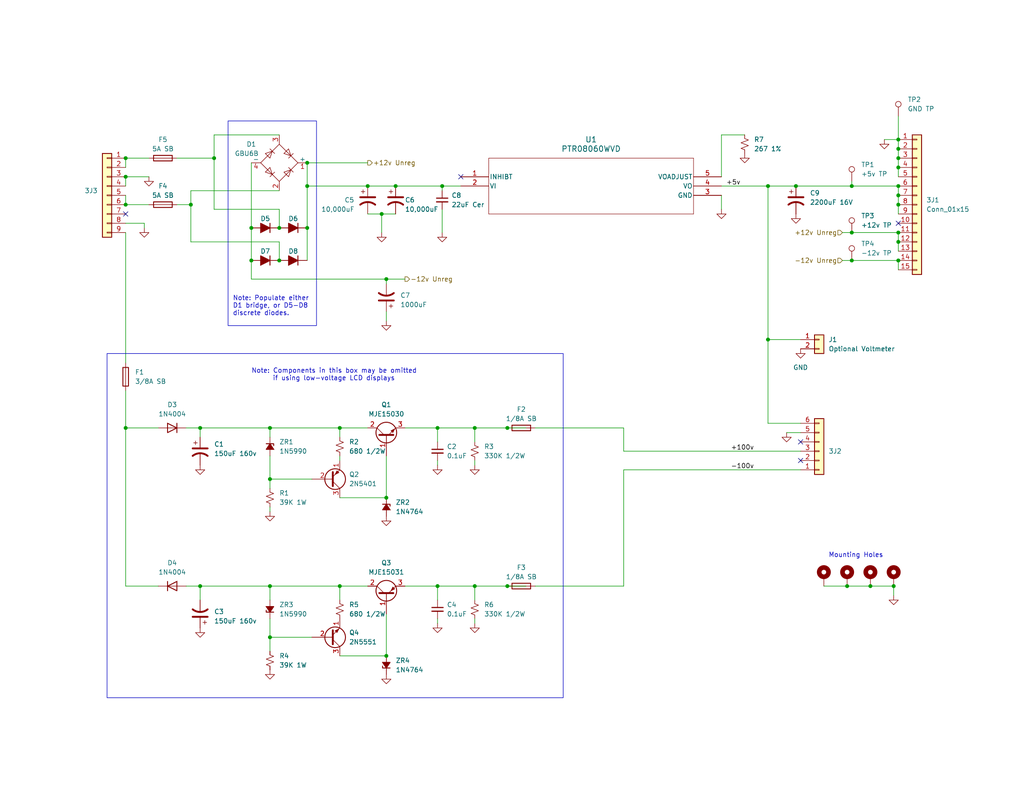
<source format=kicad_sch>
(kicad_sch (version 20230121) (generator eeschema)
  (paper "USLetter")
  (title_block (title "Williams System 11b/11c Power Supply") (date "2024-02-02") (rev "1.0") (company "Marc Deslauriers"))
  (lib_symbols
    (symbol "Connector:TestPoint" (pin_numbers hide) (pin_names (offset 0.762) hide)
      (property "Reference" "TP" (at 0 6.858 0))
      (property "Value" "TestPoint" (at 0 5.08 0))
      (symbol "TestPoint_0_1"
        (circle (center 0 3.302) (radius 0.762))
      )
      (symbol "TestPoint_1_1"
        (pin passive line (at 0 0 90) (length 2.54) (name "1") (number "1"))
      )
    )
    (symbol "Connector_Generic:Conn_01x02" (pin_names (offset 1.016) hide)
      (property "Reference" "J" (at 0 2.54 0))
      (property "Value" "Conn_01x02" (at 0 -5.08 0))
      (symbol "Conn_01x02_1_1"
        (rectangle (start -1.27 -2.413) (end 0 -2.667) (stroke (width 0.1524)))
        (rectangle (start -1.27 0.127) (end 0 -0.127) (stroke (width 0.1524)))
        (rectangle (start -1.27 1.27) (end 1.27 -3.81) (stroke (width 0.254)) (fill (type background)))
        (pin passive line (at -5.08 0 0) (length 3.81) (name "Pin_1") (number "1"))
        (pin passive line (at -5.08 -2.54 0) (length 3.81) (name "Pin_2") (number "2"))
      )
    )
    (symbol "Connector_Generic:Conn_01x06" (pin_names (offset 1.016) hide)
      (property "Reference" "J" (at 0 7.62 0))
      (property "Value" "Conn_01x06" (at 0 -10.16 0))
      (symbol "Conn_01x06_1_1"
        (rectangle (start -1.27 -7.493) (end 0 -7.747) (stroke (width 0.1524)))
        (rectangle (start -1.27 -4.953) (end 0 -5.207) (stroke (width 0.1524)))
        (rectangle (start -1.27 -2.413) (end 0 -2.667) (stroke (width 0.1524)))
        (rectangle (start -1.27 0.127) (end 0 -0.127) (stroke (width 0.1524)))
        (rectangle (start -1.27 2.667) (end 0 2.413) (stroke (width 0.1524)))
        (rectangle (start -1.27 5.207) (end 0 4.953) (stroke (width 0.1524)))
        (rectangle (start -1.27 6.35) (end 1.27 -8.89) (stroke (width 0.254)) (fill (type background)))
        (pin passive line (at -5.08 5.08 0) (length 3.81) (name "Pin_1") (number "1"))
        (pin passive line (at -5.08 2.54 0) (length 3.81) (name "Pin_2") (number "2"))
        (pin passive line (at -5.08 0 0) (length 3.81) (name "Pin_3") (number "3"))
        (pin passive line (at -5.08 -2.54 0) (length 3.81) (name "Pin_4") (number "4"))
        (pin passive line (at -5.08 -5.08 0) (length 3.81) (name "Pin_5") (number "5"))
        (pin passive line (at -5.08 -7.62 0) (length 3.81) (name "Pin_6") (number "6"))
      )
    )
    (symbol "Connector_Generic:Conn_01x09" (pin_names (offset 1.016) hide)
      (property "Reference" "J" (at 0 12.7 0))
      (property "Value" "Conn_01x09" (at 0 -12.7 0))
      (symbol "Conn_01x09_1_1"
        (rectangle (start -1.27 -10.033) (end 0 -10.287) (stroke (width 0.1524)))
        (rectangle (start -1.27 -7.493) (end 0 -7.747) (stroke (width 0.1524)))
        (rectangle (start -1.27 -4.953) (end 0 -5.207) (stroke (width 0.1524)))
        (rectangle (start -1.27 -2.413) (end 0 -2.667) (stroke (width 0.1524)))
        (rectangle (start -1.27 0.127) (end 0 -0.127) (stroke (width 0.1524)))
        (rectangle (start -1.27 2.667) (end 0 2.413) (stroke (width 0.1524)))
        (rectangle (start -1.27 5.207) (end 0 4.953) (stroke (width 0.1524)))
        (rectangle (start -1.27 7.747) (end 0 7.493) (stroke (width 0.1524)))
        (rectangle (start -1.27 10.287) (end 0 10.033) (stroke (width 0.1524)))
        (rectangle (start -1.27 11.43) (end 1.27 -11.43) (stroke (width 0.254)) (fill (type background)))
        (pin passive line (at -5.08 10.16 0) (length 3.81) (name "Pin_1") (number "1"))
        (pin passive line (at -5.08 7.62 0) (length 3.81) (name "Pin_2") (number "2"))
        (pin passive line (at -5.08 5.08 0) (length 3.81) (name "Pin_3") (number "3"))
        (pin passive line (at -5.08 2.54 0) (length 3.81) (name "Pin_4") (number "4"))
        (pin passive line (at -5.08 0 0) (length 3.81) (name "Pin_5") (number "5"))
        (pin passive line (at -5.08 -2.54 0) (length 3.81) (name "Pin_6") (number "6"))
        (pin passive line (at -5.08 -5.08 0) (length 3.81) (name "Pin_7") (number "7"))
        (pin passive line (at -5.08 -7.62 0) (length 3.81) (name "Pin_8") (number "8"))
        (pin passive line (at -5.08 -10.16 0) (length 3.81) (name "Pin_9") (number "9"))
      )
    )
    (symbol "Connector_Generic:Conn_01x15" (pin_names (offset 1.016) hide)
      (property "Reference" "J" (at 0 20.32 0))
      (property "Value" "Conn_01x15" (at 0 -20.32 0))
      (symbol "Conn_01x15_1_1"
        (rectangle (start -1.27 -17.653) (end 0 -17.907) (stroke (width 0.1524)))
        (rectangle (start -1.27 -15.113) (end 0 -15.367) (stroke (width 0.1524)))
        (rectangle (start -1.27 -12.573) (end 0 -12.827) (stroke (width 0.1524)))
        (rectangle (start -1.27 -10.033) (end 0 -10.287) (stroke (width 0.1524)))
        (rectangle (start -1.27 -7.493) (end 0 -7.747) (stroke (width 0.1524)))
        (rectangle (start -1.27 -4.953) (end 0 -5.207) (stroke (width 0.1524)))
        (rectangle (start -1.27 -2.413) (end 0 -2.667) (stroke (width 0.1524)))
        (rectangle (start -1.27 0.127) (end 0 -0.127) (stroke (width 0.1524)))
        (rectangle (start -1.27 2.667) (end 0 2.413) (stroke (width 0.1524)))
        (rectangle (start -1.27 5.207) (end 0 4.953) (stroke (width 0.1524)))
        (rectangle (start -1.27 7.747) (end 0 7.493) (stroke (width 0.1524)))
        (rectangle (start -1.27 10.287) (end 0 10.033) (stroke (width 0.1524)))
        (rectangle (start -1.27 12.827) (end 0 12.573) (stroke (width 0.1524)))
        (rectangle (start -1.27 15.367) (end 0 15.113) (stroke (width 0.1524)))
        (rectangle (start -1.27 17.907) (end 0 17.653) (stroke (width 0.1524)))
        (rectangle (start -1.27 19.05) (end 1.27 -19.05) (stroke (width 0.254)) (fill (type background)))
        (pin passive line (at -5.08 17.78 0) (length 3.81) (name "Pin_1") (number "1"))
        (pin passive line (at -5.08 -5.08 0) (length 3.81) (name "Pin_10") (number "10"))
        (pin passive line (at -5.08 -7.62 0) (length 3.81) (name "Pin_11") (number "11"))
        (pin passive line (at -5.08 -10.16 0) (length 3.81) (name "Pin_12") (number "12"))
        (pin passive line (at -5.08 -12.7 0) (length 3.81) (name "Pin_13") (number "13"))
        (pin passive line (at -5.08 -15.24 0) (length 3.81) (name "Pin_14") (number "14"))
        (pin passive line (at -5.08 -17.78 0) (length 3.81) (name "Pin_15") (number "15"))
        (pin passive line (at -5.08 15.24 0) (length 3.81) (name "Pin_2") (number "2"))
        (pin passive line (at -5.08 12.7 0) (length 3.81) (name "Pin_3") (number "3"))
        (pin passive line (at -5.08 10.16 0) (length 3.81) (name "Pin_4") (number "4"))
        (pin passive line (at -5.08 7.62 0) (length 3.81) (name "Pin_5") (number "5"))
        (pin passive line (at -5.08 5.08 0) (length 3.81) (name "Pin_6") (number "6"))
        (pin passive line (at -5.08 2.54 0) (length 3.81) (name "Pin_7") (number "7"))
        (pin passive line (at -5.08 0 0) (length 3.81) (name "Pin_8") (number "8"))
        (pin passive line (at -5.08 -2.54 0) (length 3.81) (name "Pin_9") (number "9"))
      )
    )
    (symbol "Device:C_Polarized_US" (pin_numbers hide) (pin_names (offset 0.254) hide)
      (property "Reference" "C" (at 0.635 2.54 0))
      (property "Value" "C_Polarized_US" (at 0.635 -2.54 0))
      (symbol "C_Polarized_US_0_1"
        (polyline (pts (xy -2.032 0.762) (xy 2.032 0.762)) (stroke (width 0.508)))
        (polyline (pts (xy -1.778 2.286) (xy -0.762 2.286)))
        (polyline (pts (xy -1.27 1.778) (xy -1.27 2.794)))
        (arc (start 2.032 -1.27) (mid 0 -0.5572) (end -2.032 -1.27) (stroke (width 0.508)))
      )
      (symbol "C_Polarized_US_1_1"
        (pin passive line (at 0 3.81 270) (length 2.794) (name "~") (number "1"))
        (pin passive line (at 0 -3.81 90) (length 3.302) (name "~") (number "2"))
      )
    )
    (symbol "Device:C_Small" (pin_numbers hide) (pin_names (offset 0.254) hide)
      (property "Reference" "C" (at 0.254 1.778 0))
      (property "Value" "C_Small" (at 0.254 -2.032 0))
      (symbol "C_Small_0_1"
        (polyline (pts (xy -1.524 -0.508) (xy 1.524 -0.508)) (stroke (width 0.3302)))
        (polyline (pts (xy -1.524 0.508) (xy 1.524 0.508)) (stroke (width 0.3048)))
      )
      (symbol "C_Small_1_1"
        (pin passive line (at 0 2.54 270) (length 2.032) (name "~") (number "1"))
        (pin passive line (at 0 -2.54 90) (length 2.032) (name "~") (number "2"))
      )
    )
    (symbol "Device:D_Filled" (pin_numbers hide) (pin_names (offset 1.016) hide)
      (property "Reference" "D" (at 0 2.54 0))
      (property "Value" "D_Filled" (at 0 -2.54 0))
      (symbol "D_Filled_0_1"
        (polyline (pts (xy -1.27 1.27) (xy -1.27 -1.27)) (stroke (width 0.254)))
        (polyline (pts (xy 1.27 0) (xy -1.27 0)))
        (polyline (pts (xy 1.27 1.27) (xy 1.27 -1.27) (xy -1.27 0) (xy 1.27 1.27)) (stroke (width 0.254)) (fill (type outline)))
      )
      (symbol "D_Filled_1_1"
        (pin passive line (at -3.81 0 0) (length 2.54) (name "K") (number "1"))
        (pin passive line (at 3.81 0 180) (length 2.54) (name "A") (number "2"))
      )
    )
    (symbol "Device:D_Zener_Small_Filled" (pin_numbers hide) (pin_names (offset 0.254) hide)
      (property "Reference" "D" (at 0 2.286 0))
      (property "Value" "D_Zener_Small_Filled" (at 0 -2.286 0))
      (symbol "D_Zener_Small_Filled_0_1"
        (polyline (pts (xy 0.762 0) (xy -0.762 0)))
        (polyline (pts (xy -0.254 1.016) (xy -0.762 1.016) (xy -0.762 -1.016)) (stroke (width 0.254)))
        (polyline (pts (xy 0.762 1.016) (xy -0.762 0) (xy 0.762 -1.016) (xy 0.762 1.016)) (stroke (width 0.254)) (fill (type outline)))
      )
      (symbol "D_Zener_Small_Filled_1_1"
        (pin passive line (at -2.54 0 0) (length 1.778) (name "K") (number "1"))
        (pin passive line (at 2.54 0 180) (length 1.778) (name "A") (number "2"))
      )
    )
    (symbol "Device:Fuse" (pin_numbers hide) (pin_names (offset 0))
      (property "Reference" "F" (at 2.032 0 90))
      (property "Value" "Fuse" (at -1.905 0 90))
      (symbol "Fuse_0_1"
        (rectangle (start -0.762 -2.54) (end 0.762 2.54) (stroke (width 0.254)))
        (polyline (pts (xy 0 2.54) (xy 0 -2.54)))
      )
      (symbol "Fuse_1_1"
        (pin passive line (at 0 3.81 270) (length 1.27) (name "~") (number "1"))
        (pin passive line (at 0 -3.81 90) (length 1.27) (name "~") (number "2"))
      )
    )
    (symbol "Device:Q_NPN_BCE" (pin_names (offset 0) hide)
      (property "Reference" "Q" (at 5.08 1.27 0))
      (property "Value" "Q_NPN_BCE" (at 5.08 -1.27 0))
      (symbol "Q_NPN_BCE_0_1"
        (polyline (pts (xy 0.635 0.635) (xy 2.54 2.54)))
        (polyline (pts (xy 0.635 -0.635) (xy 2.54 -2.54) (xy 2.54 -2.54)))
        (polyline (pts (xy 0.635 1.905) (xy 0.635 -1.905) (xy 0.635 -1.905)) (stroke (width 0.508)))
        (polyline (pts (xy 1.27 -1.778) (xy 1.778 -1.27) (xy 2.286 -2.286) (xy 1.27 -1.778) (xy 1.27 -1.778)) (fill (type outline)))
        (circle (center 1.27 0) (radius 2.8194) (stroke (width 0.254)))
      )
      (symbol "Q_NPN_BCE_1_1"
        (pin input line (at -5.08 0 0) (length 5.715) (name "B") (number "1"))
        (pin passive line (at 2.54 5.08 270) (length 2.54) (name "C") (number "2"))
        (pin passive line (at 2.54 -5.08 90) (length 2.54) (name "E") (number "3"))
      )
    )
    (symbol "Device:Q_NPN_EBC" (pin_names (offset 0) hide)
      (property "Reference" "Q" (at 5.08 1.27 0))
      (property "Value" "Q_NPN_EBC" (at 5.08 -1.27 0))
      (symbol "Q_NPN_EBC_0_1"
        (polyline (pts (xy 0.635 0.635) (xy 2.54 2.54)))
        (polyline (pts (xy 0.635 -0.635) (xy 2.54 -2.54) (xy 2.54 -2.54)))
        (polyline (pts (xy 0.635 1.905) (xy 0.635 -1.905) (xy 0.635 -1.905)) (stroke (width 0.508)))
        (polyline (pts (xy 1.27 -1.778) (xy 1.778 -1.27) (xy 2.286 -2.286) (xy 1.27 -1.778) (xy 1.27 -1.778)) (fill (type outline)))
        (circle (center 1.27 0) (radius 2.8194) (stroke (width 0.254)))
      )
      (symbol "Q_NPN_EBC_1_1"
        (pin passive line (at 2.54 -5.08 90) (length 2.54) (name "E") (number "1"))
        (pin passive line (at -5.08 0 0) (length 5.715) (name "B") (number "2"))
        (pin passive line (at 2.54 5.08 270) (length 2.54) (name "C") (number "3"))
      )
    )
    (symbol "Device:Q_PNP_BCE" (pin_names (offset 0) hide)
      (property "Reference" "Q" (at 5.08 1.27 0))
      (property "Value" "Q_PNP_BCE" (at 5.08 -1.27 0))
      (symbol "Q_PNP_BCE_0_1"
        (polyline (pts (xy 0.635 0.635) (xy 2.54 2.54)))
        (polyline (pts (xy 0.635 -0.635) (xy 2.54 -2.54) (xy 2.54 -2.54)))
        (polyline (pts (xy 0.635 1.905) (xy 0.635 -1.905) (xy 0.635 -1.905)) (stroke (width 0.508)))
        (polyline (pts (xy 2.286 -1.778) (xy 1.778 -2.286) (xy 1.27 -1.27) (xy 2.286 -1.778) (xy 2.286 -1.778)) (fill (type outline)))
        (circle (center 1.27 0) (radius 2.8194) (stroke (width 0.254)))
      )
      (symbol "Q_PNP_BCE_1_1"
        (pin input line (at -5.08 0 0) (length 5.715) (name "B") (number "1"))
        (pin passive line (at 2.54 5.08 270) (length 2.54) (name "C") (number "2"))
        (pin passive line (at 2.54 -5.08 90) (length 2.54) (name "E") (number "3"))
      )
    )
    (symbol "Device:Q_PNP_EBC" (pin_names (offset 0) hide)
      (property "Reference" "Q" (at 5.08 1.27 0))
      (property "Value" "Q_PNP_EBC" (at 5.08 -1.27 0))
      (symbol "Q_PNP_EBC_0_1"
        (polyline (pts (xy 0.635 0.635) (xy 2.54 2.54)))
        (polyline (pts (xy 0.635 -0.635) (xy 2.54 -2.54) (xy 2.54 -2.54)))
        (polyline (pts (xy 0.635 1.905) (xy 0.635 -1.905) (xy 0.635 -1.905)) (stroke (width 0.508)))
        (polyline (pts (xy 2.286 -1.778) (xy 1.778 -2.286) (xy 1.27 -1.27) (xy 2.286 -1.778) (xy 2.286 -1.778)) (fill (type outline)))
        (circle (center 1.27 0) (radius 2.8194) (stroke (width 0.254)))
      )
      (symbol "Q_PNP_EBC_1_1"
        (pin passive line (at 2.54 -5.08 90) (length 2.54) (name "E") (number "1"))
        (pin input line (at -5.08 0 0) (length 5.715) (name "B") (number "2"))
        (pin passive line (at 2.54 5.08 270) (length 2.54) (name "C") (number "3"))
      )
    )
    (symbol "Device:R_Small_US" (pin_numbers hide) (pin_names (offset 0.254) hide)
      (property "Reference" "R" (at 0.762 0.508 0))
      (property "Value" "R_Small_US" (at 0.762 -1.016 0))
      (symbol "R_Small_US_1_1"
        (polyline (pts (xy 0 0) (xy 1.016 -0.381) (xy 0 -0.762) (xy -1.016 -1.143) (xy 0 -1.524)))
        (polyline (pts (xy 0 1.524) (xy 1.016 1.143) (xy 0 0.762) (xy -1.016 0.381) (xy 0 0)))
        (pin passive line (at 0 2.54 270) (length 1.016) (name "~") (number "1"))
        (pin passive line (at 0 -2.54 90) (length 1.016) (name "~") (number "2"))
      )
    )
    (symbol "Diode:1N4007" (pin_numbers hide) (pin_names hide)
      (property "Reference" "D" (at 0 2.54 0))
      (property "Value" "1N4007" (at 0 -2.54 0))
      (symbol "1N4007_0_1"
        (polyline (pts (xy -1.27 1.27) (xy -1.27 -1.27)) (stroke (width 0.254)))
        (polyline (pts (xy 1.27 0) (xy -1.27 0)))
        (polyline (pts (xy 1.27 1.27) (xy 1.27 -1.27) (xy -1.27 0) (xy 1.27 1.27)) (stroke (width 0.254)))
      )
      (symbol "1N4007_1_1"
        (pin passive line (at -3.81 0 0) (length 2.54) (name "K") (number "1"))
        (pin passive line (at 3.81 0 180) (length 2.54) (name "A") (number "2"))
      )
    )
    (symbol "Diode_Bridge:GBU6B" (pin_names (offset 0))
      (property "Reference" "D" (at 2.54 6.985 0))
      (property "Value" "GBU6B" (at 2.54 5.08 0))
      (symbol "GBU6B_0_1"
        (polyline (pts (xy -2.54 3.81) (xy -1.27 2.54)))
        (polyline (pts (xy -1.27 -2.54) (xy -2.54 -3.81)))
        (polyline (pts (xy 2.54 -1.27) (xy 3.81 -2.54)))
        (polyline (pts (xy 2.54 1.27) (xy 3.81 2.54)))
        (polyline (pts (xy -3.81 2.54) (xy -2.54 1.27) (xy -1.905 3.175) (xy -3.81 2.54)))
        (polyline (pts (xy -2.54 -1.27) (xy -3.81 -2.54) (xy -1.905 -3.175) (xy -2.54 -1.27)))
        (polyline (pts (xy 1.27 2.54) (xy 2.54 3.81) (xy 3.175 1.905) (xy 1.27 2.54)))
        (polyline (pts (xy 3.175 -1.905) (xy 1.27 -2.54) (xy 2.54 -3.81) (xy 3.175 -1.905)))
        (polyline (pts (xy -5.08 0) (xy 0 -5.08) (xy 5.08 0) (xy 0 5.08) (xy -5.08 0)))
      )
      (symbol "GBU6B_1_1"
        (pin passive line (at 7.62 0 180) (length 2.54) (name "+") (number "1"))
        (pin passive line (at 0 -7.62 90) (length 2.54) (name "~") (number "2"))
        (pin passive line (at 0 7.62 270) (length 2.54) (name "~") (number "3"))
        (pin passive line (at -7.62 0 0) (length 2.54) (name "-") (number "4"))
      )
    )
    (symbol "Mechanical:MountingHole_Pad" (pin_numbers hide) (pin_names (offset 1.016) hide)
      (property "Reference" "H" (at 0 6.35 0))
      (property "Value" "MountingHole_Pad" (at 0 4.445 0))
      (symbol "MountingHole_Pad_0_1"
        (circle (center 0 1.27) (radius 1.27) (stroke (width 1.27)))
      )
      (symbol "MountingHole_Pad_1_1"
        (pin input line (at 0 -2.54 90) (length 2.54) (name "1") (number "1"))
      )
    )
    (symbol "power:GND" (power) (pin_names (offset 0))
      (property "Value" "GND" (at 0 -3.81 0))
      (symbol "GND_0_1"
        (polyline (pts (xy 0 0) (xy 0 -1.27) (xy 1.27 -1.27) (xy 0 -2.54) (xy -1.27 -1.27) (xy 0 -1.27)))
      )
      (symbol "GND_1_1"
        (pin power_in line (at 0 0 270) (length 0) hide (name "GND") (number "1"))
      )
    )
    (symbol "regulator:PTR08060WVD" (pin_names (offset 0.254))
      (property "Reference" "U" (at 35.56 10.16 0))
      (property "Value" "PTR08060WVD" (at 35.56 7.62 0))
      (symbol "PTR08060WVD_0_1"
        (polyline (pts (xy 7.62 -10.16) (xy 63.5 -10.16)) (stroke (width 0.127)))
        (polyline (pts (xy 7.62 5.08) (xy 7.62 -10.16)) (stroke (width 0.127)))
        (polyline (pts (xy 63.5 -10.16) (xy 63.5 5.08)) (stroke (width 0.127)))
        (polyline (pts (xy 63.5 5.08) (xy 7.62 5.08)) (stroke (width 0.127)))
        (pin input line (at 0 0 0) (length 7.62) (name "INHIBT") (number "1"))
        (pin input line (at 0 -2.54 0) (length 7.62) (name "VI") (number "2"))
        (pin power_in line (at 71.12 -5.08 180) (length 7.62) (name "GND") (number "3"))
        (pin output line (at 71.12 -2.54 180) (length 7.62) (name "VO") (number "4"))
        (pin output line (at 71.12 0 180) (length 7.62) (name "VOADJUST") (number "5"))
      )
    )
  )
  (junction (at 245.11 38.1))
  (junction (at 232.41 71.12))
  (junction (at 245.11 45.72))
  (junction (at 209.55 92.71))
  (junction (at 92.71 160.02))
  (junction (at 34.29 48.26))
  (junction (at 245.11 63.5))
  (junction (at 231.14 160.02))
  (junction (at 105.41 135.89))
  (junction (at 54.61 160.02))
  (junction (at 83.82 44.45))
  (junction (at 105.41 179.07))
  (junction (at 54.61 116.84))
  (junction (at 245.11 55.88))
  (junction (at 76.2 71.12))
  (junction (at 245.11 40.64))
  (junction (at 129.54 160.02))
  (junction (at 119.38 116.84))
  (junction (at 245.11 66.04))
  (junction (at 73.66 116.84))
  (junction (at 245.11 50.8))
  (junction (at 120.65 50.8))
  (junction (at 83.82 50.8))
  (junction (at 68.58 62.23))
  (junction (at 217.17 50.8))
  (junction (at 34.29 116.84))
  (junction (at 107.95 50.8))
  (junction (at 73.66 130.81))
  (junction (at 237.49 160.02))
  (junction (at 209.55 50.8))
  (junction (at 245.11 53.34))
  (junction (at 73.66 160.02))
  (junction (at 73.66 173.99))
  (junction (at 245.11 71.12))
  (junction (at 100.33 50.8))
  (junction (at 105.41 76.2))
  (junction (at 138.43 160.02))
  (junction (at 52.07 55.88))
  (junction (at 138.43 116.84))
  (junction (at 245.11 43.18))
  (junction (at 232.41 63.5))
  (junction (at 34.29 43.18))
  (junction (at 243.84 160.02))
  (junction (at 76.2 62.23))
  (junction (at 129.54 116.84))
  (junction (at 83.82 62.23))
  (junction (at 68.58 71.12))
  (junction (at 92.71 116.84))
  (junction (at 104.14 58.42))
  (junction (at 232.41 50.8))
  (junction (at 34.29 55.88))
  (junction (at 58.42 43.18))
  (junction (at 119.38 160.02))
  (no_connect (at 245.11 60.96))
  (no_connect (at 34.29 58.42))
  (no_connect (at 218.44 120.65))
  (no_connect (at 218.44 125.73))
  (no_connect (at 125.73 48.26))
  (wire (pts (xy 34.29 48.26) (xy 34.29 50.8)))
  (wire (pts (xy 73.66 160.02) (xy 73.66 163.83)))
  (wire (pts (xy 92.71 116.84) (xy 92.71 119.38)))
  (wire (pts (xy 146.05 160.02) (xy 170.18 160.02)))
  (wire (pts (xy 241.3 38.1) (xy 245.11 38.1)))
  (wire (pts (xy 34.29 43.18) (xy 40.64 43.18)))
  (wire (pts (xy 129.54 160.02) (xy 129.54 163.83)))
  (wire (pts (xy 50.8 160.02) (xy 54.61 160.02)))
  (wire (pts (xy 54.61 160.02) (xy 73.66 160.02)))
  (wire (pts (xy 68.58 76.2) (xy 105.41 76.2)))
  (wire (pts (xy 229.87 71.12) (xy 232.41 71.12)))
  (wire (pts (xy 76.2 66.04) (xy 76.2 71.12)))
  (wire (pts (xy 107.95 50.8) (xy 120.65 50.8)))
  (wire (pts (xy 100.33 50.8) (xy 107.95 50.8)))
  (wire (pts (xy 120.65 50.8) (xy 125.73 50.8)))
  (wire (pts (xy 245.11 63.5) (xy 245.11 66.04)))
  (wire (pts (xy 104.14 58.42) (xy 107.95 58.42)))
  (wire (pts (xy 73.66 116.84) (xy 92.71 116.84)))
  (wire (pts (xy 138.43 116.84) (xy 143.51 116.84)))
  (wire (pts (xy 92.71 135.89) (xy 105.41 135.89)))
  (wire (pts (xy 119.38 163.83) (xy 119.38 160.02)))
  (wire (pts (xy 34.29 116.84) (xy 43.18 116.84)))
  (wire (pts (xy 73.66 116.84) (xy 73.66 119.38)))
  (wire (pts (xy 237.49 160.02) (xy 231.14 160.02)))
  (wire (pts (xy 245.11 31.75) (xy 245.11 38.1)))
  (wire (pts (xy 138.43 160.02) (xy 143.51 160.02)))
  (wire (pts (xy 92.71 179.07) (xy 105.41 179.07)))
  (wire (pts (xy 54.61 160.02) (xy 54.61 163.83)))
  (wire (pts (xy 73.66 130.81) (xy 85.09 130.81)))
  (wire (pts (xy 245.11 45.72) (xy 245.11 48.26)))
  (wire (pts (xy 34.29 116.84) (xy 34.29 160.02)))
  (wire (pts (xy 39.37 60.96) (xy 39.37 62.23)))
  (wire (pts (xy 92.71 125.73) (xy 92.71 124.46)))
  (wire (pts (xy 129.54 168.91) (xy 129.54 170.18)))
  (wire (pts (xy 73.66 124.46) (xy 73.66 130.81)))
  (wire (pts (xy 229.87 63.5) (xy 232.41 63.5)))
  (wire (pts (xy 92.71 116.84) (xy 100.33 116.84)))
  (wire (pts (xy 58.42 43.18) (xy 58.42 57.15)))
  (wire (pts (xy 196.85 36.83) (xy 203.2 36.83)))
  (wire (pts (xy 105.41 76.2) (xy 110.49 76.2)))
  (wire (pts (xy 83.82 44.45) (xy 83.82 50.8)))
  (wire (pts (xy 34.29 106.68) (xy 34.29 116.84)))
  (wire (pts (xy 34.29 55.88) (xy 40.64 55.88)))
  (wire (pts (xy 43.18 160.02) (xy 34.29 160.02)))
  (wire (pts (xy 58.42 36.83) (xy 76.2 36.83)))
  (wire (pts (xy 129.54 116.84) (xy 138.43 116.84)))
  (wire (pts (xy 105.41 85.09) (xy 105.41 87.63)))
  (wire (pts (xy 245.11 38.1) (xy 245.11 40.64)))
  (wire (pts (xy 73.66 139.7) (xy 73.66 138.43)))
  (wire (pts (xy 76.2 57.15) (xy 76.2 62.23)))
  (wire (pts (xy 48.26 43.18) (xy 58.42 43.18)))
  (wire (pts (xy 54.61 116.84) (xy 54.61 119.38)))
  (wire (pts (xy 68.58 44.45) (xy 68.58 62.23)))
  (wire (pts (xy 170.18 116.84) (xy 170.18 123.19)))
  (wire (pts (xy 119.38 116.84) (xy 119.38 120.65)))
  (wire (pts (xy 73.66 168.91) (xy 73.66 173.99)))
  (wire (pts (xy 73.66 173.99) (xy 73.66 177.8)))
  (wire (pts (xy 243.84 160.02) (xy 243.84 162.56)))
  (wire (pts (xy 73.66 160.02) (xy 92.71 160.02)))
  (wire (pts (xy 224.79 160.02) (xy 231.14 160.02)))
  (wire (pts (xy 209.55 92.71) (xy 218.44 92.71)))
  (wire (pts (xy 245.11 50.8) (xy 232.41 50.8)))
  (wire (pts (xy 83.82 50.8) (xy 83.82 62.23)))
  (wire (pts (xy 34.29 48.26) (xy 40.64 48.26)))
  (wire (pts (xy 34.29 60.96) (xy 39.37 60.96)))
  (wire (pts (xy 146.05 116.84) (xy 170.18 116.84)))
  (wire (pts (xy 214.63 118.11) (xy 218.44 118.11)))
  (wire (pts (xy 68.58 71.12) (xy 68.58 76.2)))
  (wire (pts (xy 245.11 55.88) (xy 245.11 58.42)))
  (wire (pts (xy 52.07 55.88) (xy 52.07 52.07)))
  (wire (pts (xy 245.11 66.04) (xy 245.11 68.58)))
  (wire (pts (xy 52.07 55.88) (xy 52.07 66.04)))
  (wire (pts (xy 92.71 160.02) (xy 100.33 160.02)))
  (wire (pts (xy 119.38 160.02) (xy 129.54 160.02)))
  (wire (pts (xy 232.41 50.8) (xy 232.41 49.53)))
  (wire (pts (xy 209.55 50.8) (xy 209.55 92.71)))
  (wire (pts (xy 196.85 50.8) (xy 209.55 50.8)))
  (wire (pts (xy 83.82 50.8) (xy 100.33 50.8)))
  (wire (pts (xy 105.41 124.46) (xy 105.41 135.89)))
  (wire (pts (xy 237.49 160.02) (xy 243.84 160.02)))
  (wire (pts (xy 196.85 53.34) (xy 196.85 57.15)))
  (wire (pts (xy 129.54 125.73) (xy 129.54 127)))
  (wire (pts (xy 170.18 128.27) (xy 218.44 128.27)))
  (wire (pts (xy 119.38 168.91) (xy 119.38 170.18)))
  (wire (pts (xy 209.55 50.8) (xy 217.17 50.8)))
  (wire (pts (xy 119.38 160.02) (xy 110.49 160.02)))
  (wire (pts (xy 245.11 50.8) (xy 245.11 53.34)))
  (wire (pts (xy 110.49 116.84) (xy 119.38 116.84)))
  (wire (pts (xy 120.65 57.15) (xy 120.65 63.5)))
  (wire (pts (xy 58.42 43.18) (xy 58.42 36.83)))
  (wire (pts (xy 245.11 43.18) (xy 245.11 45.72)))
  (wire (pts (xy 52.07 55.88) (xy 48.26 55.88)))
  (wire (pts (xy 232.41 71.12) (xy 245.11 71.12)))
  (wire (pts (xy 100.33 58.42) (xy 104.14 58.42)))
  (wire (pts (xy 170.18 123.19) (xy 218.44 123.19)))
  (wire (pts (xy 92.71 160.02) (xy 92.71 163.83)))
  (wire (pts (xy 217.17 50.8) (xy 232.41 50.8)))
  (wire (pts (xy 120.65 50.8) (xy 120.65 52.07)))
  (wire (pts (xy 52.07 66.04) (xy 76.2 66.04)))
  (wire (pts (xy 105.41 76.2) (xy 105.41 77.47)))
  (wire (pts (xy 58.42 57.15) (xy 76.2 57.15)))
  (wire (pts (xy 52.07 52.07) (xy 76.2 52.07)))
  (wire (pts (xy 209.55 92.71) (xy 209.55 115.57)))
  (wire (pts (xy 54.61 116.84) (xy 73.66 116.84)))
  (wire (pts (xy 129.54 160.02) (xy 138.43 160.02)))
  (wire (pts (xy 83.82 62.23) (xy 83.82 71.12)))
  (wire (pts (xy 245.11 71.12) (xy 245.11 73.66)))
  (wire (pts (xy 245.11 40.64) (xy 245.11 43.18)))
  (wire (pts (xy 245.11 53.34) (xy 245.11 55.88)))
  (wire (pts (xy 119.38 116.84) (xy 129.54 116.84)))
  (wire (pts (xy 73.66 130.81) (xy 73.66 133.35)))
  (wire (pts (xy 50.8 116.84) (xy 54.61 116.84)))
  (wire (pts (xy 170.18 160.02) (xy 170.18 128.27)))
  (wire (pts (xy 104.14 58.42) (xy 104.14 63.5)))
  (wire (pts (xy 105.41 167.64) (xy 105.41 179.07)))
  (wire (pts (xy 68.58 62.23) (xy 68.58 71.12)))
  (wire (pts (xy 34.29 53.34) (xy 34.29 55.88)))
  (wire (pts (xy 34.29 63.5) (xy 34.29 99.06)))
  (wire (pts (xy 196.85 48.26) (xy 196.85 36.83)))
  (wire (pts (xy 119.38 125.73) (xy 119.38 127)))
  (wire (pts (xy 209.55 115.57) (xy 218.44 115.57)))
  (wire (pts (xy 83.82 44.45) (xy 100.33 44.45)))
  (wire (pts (xy 245.11 63.5) (xy 232.41 63.5)))
  (wire (pts (xy 34.29 43.18) (xy 34.29 45.72)))
  (wire (pts (xy 129.54 116.84) (xy 129.54 120.65)))
  (wire (pts (xy 73.66 173.99) (xy 85.09 173.99)))
  (rectangle (start 29.21 96.52) (end 153.67 190.5))
  (rectangle (start 62.23 33.02) (end 86.36 88.9))
  (text "Mounting Holes" (at 226.06 152.4 0) (effects (font (size 1.27 1.27)) (justify left bottom)))
  (text "Note: Populate either\nD1 bridge, or D5-D8\ndiscrete diodes." (at 63.5 86.36 0) (effects (font (size 1.27 1.27)) (justify left bottom)))
  (text "Note: Components in this box may be omitted\n      if using low-voltage LCD displays" (at 68.58 104.14 0) (effects (font (size 1.27 1.27)) (justify left bottom)))
  (label "-100v" (at 199.39 128.27 0))
  (label "+5v" (at 198.12 50.8 0))
  (label "+100v" (at 199.39 123.19 0))
  (hierarchical_label "+12v Unreg" (shape output) (at 100.33 44.45 0))
  (hierarchical_label "-12v Unreg" (shape input) (at 229.87 71.12 180))
  (hierarchical_label "-12v Unreg" (shape output) (at 110.49 76.2 0))
  (hierarchical_label "+12v Unreg" (shape input) (at 229.87 63.5 180))
  (symbol (lib_id "power:GND") (at 73.66 139.7 0) (unit 1)
    (property "Reference" "#PWR012" (effects hide))
    (property "Value" "GND" (effects hide))
  )
  (symbol (lib_id "power:GND") (at 105.41 184.15 0) (unit 1)
    (property "Reference" "#PWR0103" (effects hide))
    (property "Value" "GND" (effects hide))
  )
  (symbol (lib_id "Device:D_Filled") (at 72.39 62.23 180) (unit 1)
    (property "Reference" "D5" (at 72.39 59.69 0))
    (property "Value" "D_Filled" (effects hide))
    (property "Footprint" "Diode_THT:D_P600_R-6_P20.00mm_Horizontal" (effects hide))
    (property "Sim.Device" "D" (effects hide))
    (property "Sim.Pins" "1=K 2=A" (effects hide))
  )
  (symbol (lib_id "Device:D_Zener_Small_Filled") (at 73.66 166.37 90) (unit 1)
    (property "Reference" "ZR3" (at 76.2 165.1 90) (effects (justify right)))
    (property "Value" "1N5990" (at 76.2 167.64 90) (effects (justify right)))
    (property "Footprint" "Diode_THT:D_DO-35_SOD27_P10.16mm_Horizontal" (effects hide))
  )
  (symbol (lib_id "Connector_Generic:Conn_01x09") (at 29.21 53.34 0) (mirror y) (unit 1)
    (property "Reference" "3J3" (at 26.67 52.07 0) (effects (justify left)))
    (property "Value" "Conn_01x09" (effects hide))
    (property "Footprint" "regulator:Molex_KK-396_A-41791-0009_1x09_P3.96mm_Vertical" (effects hide))
  )
  (symbol (lib_id "Device:C_Polarized_US") (at 54.61 167.64 180) (unit 1)
    (property "Reference" "C3" (at 58.42 167.005 0) (effects (justify right)))
    (property "Value" "150uF 160v" (at 58.42 169.545 0) (effects (justify right)))
    (property "Footprint" "Capacitor_THT:CP_Radial_D16.0mm_P7.50mm" (effects hide))
  )
  (symbol (lib_id "Device:C_Small") (at 119.38 166.37 0) (unit 1)
    (property "Reference" "C4" (at 121.92 165.1063 0) (effects (justify left)))
    (property "Value" "0.1uF" (at 121.92 167.6463 0) (effects (justify left)))
    (property "Footprint" "Capacitor_THT:C_Disc_D5.0mm_W2.5mm_P5.00mm" (effects hide))
  )
  (symbol (lib_id "power:GND") (at 218.44 95.25 0) (unit 1)
    (property "Reference" "#PWR010" (effects hide))
    (property "Value" "GND" (at 218.44 100.33 0))
  )
  (symbol (lib_id "Connector:TestPoint") (at 232.41 63.5 0) (unit 1)
    (property "Reference" "TP3" (at 234.95 58.928 0) (effects (justify left)))
    (property "Value" "+12v TP" (at 234.95 61.468 0) (effects (justify left)))
    (property "Footprint" "TestPoint:TestPoint_Pad_4.0x4.0mm" (effects hide))
  )
  (symbol (lib_id "Device:Fuse") (at 142.24 160.02 90) (unit 1)
    (property "Reference" "F3" (at 142.24 154.94 90))
    (property "Value" "1/8A SB" (at 142.24 157.48 90))
    (property "Footprint" "Fuse:Fuseholder_Clip-6.3x32mm_Littelfuse_102_Inline_P34.21x7.62mm_D2.54mm_Horizontal" (effects hide))
  )
  (symbol (lib_id "Device:R_Small_US") (at 92.71 121.92 0) (unit 1)
    (property "Reference" "R2" (at 95.25 120.65 0) (effects (justify left)))
    (property "Value" "680 1/2W" (at 95.25 123.19 0) (effects (justify left)))
    (property "Footprint" "Resistor_THT:R_Axial_DIN0207_L6.3mm_D2.5mm_P10.16mm_Horizontal" (effects hide))
  )
  (symbol (lib_id "power:GND") (at 73.66 182.88 0) (unit 1)
    (property "Reference" "#PWR0102" (effects hide))
    (property "Value" "GND" (effects hide))
  )
  (symbol (lib_id "Device:C_Small") (at 120.65 54.61 0) (unit 1)
    (property "Reference" "C8" (at 123.19 53.3463 0) (effects (justify left)))
    (property "Value" "22uF Cer" (at 123.19 55.8863 0) (effects (justify left)))
    (property "Footprint" "Capacitor_THT:C_Disc_D5.0mm_W2.5mm_P5.00mm" (effects hide))
  )
  (symbol (lib_id "power:GND") (at 119.38 170.18 0) (unit 1)
    (property "Reference" "#PWR0107" (effects hide))
    (property "Value" "GND" (effects hide))
  )
  (symbol (lib_id "Diode_Bridge:GBU6B") (at 76.2 44.45 0) (unit 1)
    (property "Reference" "D1" (at 68.58 39.37 0))
    (property "Value" "GBU6B" (at 67.31 41.91 0))
    (property "Footprint" "Diode_THT:Diode_Bridge_Vishay_GBU" (effects hide))
    (property "Datasheet" "http://www.vishay.com/docs/88656/gbu6a.pdf" (effects hide))
  )
  (symbol (lib_id "Mechanical:MountingHole_Pad") (at 237.49 157.48 0) (unit 1)
    (property "Reference" "H3" (effects hide))
    (property "Value" "MountingHole_Pad" (effects hide))
    (property "Footprint" "MountingHole:MountingHole_5.3mm_M5_ISO7380_Pad" (effects hide))
  )
  (symbol (lib_id "Device:Q_NPN_EBC") (at 90.17 173.99 0) (mirror x) (unit 1)
    (property "Reference" "Q4" (at 95.25 172.72 0) (effects (justify left)))
    (property "Value" "2N5551" (at 95.25 175.26 0) (effects (justify left)))
    (property "Footprint" "Package_TO_SOT_THT:TO-92_Inline" (effects hide))
  )
  (symbol (lib_id "power:GND") (at 39.37 62.23 0) (unit 1)
    (property "Reference" "#PWR07" (effects hide))
    (property "Value" "GND" (effects hide))
  )
  (symbol (lib_id "power:GND") (at 241.3 38.1 0) (unit 1)
    (property "Reference" "#PWR0111" (effects hide))
    (property "Value" "GND" (effects hide))
  )
  (symbol (lib_id "Mechanical:MountingHole_Pad") (at 231.14 157.48 0) (unit 1)
    (property "Reference" "H2" (effects hide))
    (property "Value" "MountingHole_Pad" (effects hide))
    (property "Footprint" "MountingHole:MountingHole_5.3mm_M5_ISO7380_Pad" (effects hide))
  )
  (symbol (lib_id "Device:Fuse") (at 34.29 102.87 0) (unit 1)
    (property "Reference" "F1" (at 36.83 101.6 0) (effects (justify left)))
    (property "Value" "3/8A SB" (at 36.83 104.14 0) (effects (justify left)))
    (property "Footprint" "Fuse:Fuseholder_Clip-6.3x32mm_Littelfuse_102_Inline_P34.21x7.62mm_D2.54mm_Horizontal" (effects hide))
  )
  (symbol (lib_id "Device:C_Polarized_US") (at 54.61 123.19 0) (unit 1)
    (property "Reference" "C1" (at 58.42 121.285 0) (effects (justify left)))
    (property "Value" "150uF 160v" (at 58.42 123.825 0) (effects (justify left)))
    (property "Footprint" "Capacitor_THT:CP_Radial_D16.0mm_P7.50mm" (effects hide))
  )
  (symbol (lib_id "power:GND") (at 54.61 127 0) (unit 1)
    (property "Reference" "#PWR02" (effects hide))
    (property "Value" "GND" (effects hide))
  )
  (symbol (lib_id "Device:C_Polarized_US") (at 107.95 54.61 0) (unit 1)
    (property "Reference" "C6" (at 110.49 54.61 0) (effects (justify left)))
    (property "Value" "10,000uF" (at 110.49 57.15 0) (effects (justify left)))
    (property "Footprint" "Capacitor_THT:CP_Radial_D25.0mm_P10.00mm_SnapIn" (effects hide))
  )
  (symbol (lib_id "regulator:PTR08060WVD") (at 125.73 48.26 0) (unit 1)
    (property "Reference" "U1" (at 161.29 38.1 0) (effects (font (size 1.524 1.524))))
    (property "Value" "PTR08060WVD" (at 161.29 40.64 0) (effects (font (size 1.524 1.524))))
    (property "Footprint" "Package_TO_SOT_THT:TO-220-5_Vertical" (effects hide))
    (property "Datasheet" "PTR08060WVD" (effects hide))
  )
  (symbol (lib_id "Device:Q_NPN_BCE") (at 105.41 119.38 90) (unit 1)
    (property "Reference" "Q1" (at 105.41 110.49 90))
    (property "Value" "MJE15030" (at 105.41 113.03 90))
    (property "Footprint" "Package_TO_SOT_THT:TO-220-3_Horizontal_TabDown" (effects hide))
  )
  (symbol (lib_id "power:GND") (at 40.64 48.26 0) (unit 1)
    (property "Reference" "#PWR01" (effects hide))
    (property "Value" "GND" (effects hide))
  )
  (symbol (lib_id "Mechanical:MountingHole_Pad") (at 224.79 157.48 0) (unit 1)
    (property "Reference" "H1" (effects hide))
    (property "Value" "MountingHole_Pad" (effects hide))
    (property "Footprint" "MountingHole:MountingHole_5.3mm_M5_ISO7380_Pad" (effects hide))
  )
  (symbol (lib_id "Device:D_Filled") (at 80.01 62.23 180) (unit 1)
    (property "Reference" "D6" (at 80.01 59.69 0))
    (property "Value" "D_Filled" (effects hide))
    (property "Footprint" "Diode_THT:D_P600_R-6_P20.00mm_Horizontal" (effects hide))
    (property "Sim.Device" "D" (effects hide))
    (property "Sim.Pins" "1=K 2=A" (effects hide))
  )
  (symbol (lib_id "Mechanical:MountingHole_Pad") (at 243.84 157.48 0) (unit 1)
    (property "Reference" "H4" (effects hide))
    (property "Value" "MountingHole_Pad" (effects hide))
    (property "Footprint" "MountingHole:MountingHole_5.3mm_M5_ISO7380_Pad" (effects hide))
  )
  (symbol (lib_id "Device:D_Zener_Small_Filled") (at 105.41 181.61 90) (unit 1)
    (property "Reference" "ZR4" (at 107.95 180.34 90) (effects (justify right)))
    (property "Value" "1N4764" (at 107.95 182.88 90) (effects (justify right)))
    (property "Footprint" "Diode_THT:D_DO-41_SOD81_P10.16mm_Horizontal" (effects hide))
  )
  (symbol (lib_id "power:GND") (at 243.84 162.56 0) (unit 1)
    (property "Reference" "#PWR09" (effects hide))
    (property "Value" "GND" (effects hide))
  )
  (symbol (lib_id "Connector_Generic:Conn_01x02") (at 223.52 92.71 0) (unit 1)
    (property "Reference" "J1" (at 226.06 92.71 0) (effects (justify left)))
    (property "Value" "Optional Voltmeter" (at 226.06 95.25 0) (effects (justify left)))
    (property "Footprint" "Connector_PinHeader_2.54mm:PinHeader_1x02_P2.54mm_Vertical" (effects hide))
  )
  (symbol (lib_id "power:GND") (at 196.85 57.15 0) (unit 1)
    (property "Reference" "#PWR04" (effects hide))
    (property "Value" "GND" (effects hide))
  )
  (symbol (lib_id "power:GND") (at 217.17 58.42 0) (unit 1)
    (property "Reference" "#PWR0101" (effects hide))
    (property "Value" "GND" (effects hide))
  )
  (symbol (lib_id "Device:D_Filled") (at 80.01 71.12 180) (unit 1)
    (property "Reference" "D8" (at 80.01 68.58 0))
    (property "Value" "D_Filled" (effects hide))
    (property "Footprint" "Diode_THT:D_P600_R-6_P20.00mm_Horizontal" (effects hide))
    (property "Sim.Device" "D" (effects hide))
    (property "Sim.Pins" "1=K 2=A" (effects hide))
  )
  (symbol (lib_id "Device:R_Small_US") (at 92.71 166.37 0) (unit 1)
    (property "Reference" "R5" (at 95.25 165.1 0) (effects (justify left)))
    (property "Value" "680 1/2W" (at 95.25 167.64 0) (effects (justify left)))
    (property "Footprint" "Resistor_THT:R_Axial_DIN0207_L6.3mm_D2.5mm_P10.16mm_Horizontal" (effects hide))
  )
  (symbol (lib_id "Device:Fuse") (at 142.24 116.84 90) (unit 1)
    (property "Reference" "F2" (at 142.24 111.76 90))
    (property "Value" "1/8A SB" (at 142.24 114.3 90))
    (property "Footprint" "Fuse:Fuseholder_Clip-6.3x32mm_Littelfuse_102_Inline_P34.21x7.62mm_D2.54mm_Horizontal" (effects hide))
  )
  (symbol (lib_id "power:GND") (at 129.54 127 0) (unit 1)
    (property "Reference" "#PWR0106" (effects hide))
    (property "Value" "GND" (effects hide))
  )
  (symbol (lib_id "power:GND") (at 203.2 41.91 0) (unit 1)
    (property "Reference" "#PWR05" (effects hide))
    (property "Value" "GND" (effects hide))
  )
  (symbol (lib_id "Diode:1N4007") (at 46.99 160.02 0) (unit 1)
    (property "Reference" "D4" (at 46.99 153.67 0))
    (property "Value" "1N4004" (at 46.99 156.21 0))
    (property "Footprint" "Diode_THT:D_DO-41_SOD81_P10.16mm_Horizontal" (effects hide))
    (property "Datasheet" "http://www.vishay.com/docs/88503/1n4001.pdf" (effects hide))
    (property "Sim.Device" "D" (effects hide))
    (property "Sim.Pins" "1=K 2=A" (effects hide))
  )
  (symbol (lib_id "Device:C_Polarized_US") (at 217.17 54.61 0) (unit 1)
    (property "Reference" "C9" (at 220.98 52.705 0) (effects (justify left)))
    (property "Value" "2200uF 16V" (at 220.98 55.245 0) (effects (justify left)))
    (property "Footprint" "Capacitor_THT:CP_Radial_D10.0mm_P5.00mm" (effects hide))
  )
  (symbol (lib_id "Connector:TestPoint") (at 232.41 71.12 0) (unit 1)
    (property "Reference" "TP4" (at 234.95 66.548 0) (effects (justify left)))
    (property "Value" "-12v TP" (at 234.95 69.088 0) (effects (justify left)))
    (property "Footprint" "TestPoint:TestPoint_Pad_4.0x4.0mm" (effects hide))
  )
  (symbol (lib_id "Connector_Generic:Conn_01x15") (at 250.19 55.88 0) (unit 1)
    (property "Reference" "3J1" (at 252.73 54.61 0) (effects (justify left)))
    (property "Value" "Conn_01x15" (at 252.73 57.15 0) (effects (justify left)))
    (property "Footprint" "regulator:Molex_KK-396_A-41791-0015_1x15_P3.96mm_Vertical" (effects hide))
  )
  (symbol (lib_id "Device:R_Small_US") (at 73.66 135.89 0) (unit 1)
    (property "Reference" "R1" (at 76.2 134.62 0) (effects (justify left)))
    (property "Value" "39K 1W" (at 76.2 137.16 0) (effects (justify left)))
    (property "Footprint" "Resistor_THT:R_Axial_DIN0207_L6.3mm_D2.5mm_P10.16mm_Horizontal" (effects hide))
  )
  (symbol (lib_id "Diode:1N4007") (at 46.99 116.84 0) (mirror y) (unit 1)
    (property "Reference" "D3" (at 46.99 110.49 0))
    (property "Value" "1N4004" (at 46.99 113.03 0))
    (property "Footprint" "Diode_THT:D_DO-41_SOD81_P10.16mm_Horizontal" (effects hide))
    (property "Datasheet" "http://www.vishay.com/docs/88503/1n4001.pdf" (effects hide))
    (property "Sim.Device" "D" (effects hide))
    (property "Sim.Pins" "1=K 2=A" (effects hide))
  )
  (symbol (lib_id "Device:C_Polarized_US") (at 100.33 54.61 0) (unit 1)
    (property "Reference" "C5" (at 93.98 54.61 0) (effects (justify left)))
    (property "Value" "10,000uF" (at 87.63 57.15 0) (effects (justify left)))
    (property "Footprint" "Capacitor_THT:CP_Radial_D25.0mm_P10.00mm_SnapIn" (effects hide))
  )
  (symbol (lib_id "power:GND") (at 104.14 63.5 0) (unit 1)
    (property "Reference" "#PWR0110" (effects hide))
    (property "Value" "GND" (effects hide))
  )
  (symbol (lib_id "Device:Q_PNP_BCE") (at 105.41 162.56 90) (unit 1)
    (property "Reference" "Q3" (at 105.41 153.67 90))
    (property "Value" "MJE15031" (at 105.41 156.21 90))
    (property "Footprint" "Package_TO_SOT_THT:TO-220-3_Horizontal_TabDown" (effects hide))
  )
  (symbol (lib_id "Device:Fuse") (at 44.45 55.88 270) (unit 1)
    (property "Reference" "F4" (at 44.45 50.8 90))
    (property "Value" "5A SB" (at 44.45 53.34 90))
    (property "Footprint" "Fuse:Fuseholder_Clip-6.3x32mm_Littelfuse_102_Inline_P34.21x7.62mm_D2.54mm_Horizontal" (effects hide))
  )
  (symbol (lib_id "Device:R_Small_US") (at 129.54 123.19 0) (unit 1)
    (property "Reference" "R3" (at 132.08 121.92 0) (effects (justify left)))
    (property "Value" "330K 1/2W" (at 132.08 124.46 0) (effects (justify left)))
    (property "Footprint" "Resistor_THT:R_Axial_DIN0207_L6.3mm_D2.5mm_P10.16mm_Horizontal" (effects hide))
  )
  (symbol (lib_id "Device:Fuse") (at 44.45 43.18 90) (unit 1)
    (property "Reference" "F5" (at 44.45 38.1 90))
    (property "Value" "5A SB" (at 44.45 40.64 90))
    (property "Footprint" "Fuse:Fuseholder_Clip-6.3x32mm_Littelfuse_102_Inline_P34.21x7.62mm_D2.54mm_Horizontal" (effects hide))
  )
  (symbol (lib_id "Device:R_Small_US") (at 73.66 180.34 0) (unit 1)
    (property "Reference" "R4" (at 76.2 179.07 0) (effects (justify left)))
    (property "Value" "39K 1W" (at 76.2 181.61 0) (effects (justify left)))
    (property "Footprint" "Resistor_THT:R_Axial_DIN0207_L6.3mm_D2.5mm_P10.16mm_Horizontal" (effects hide))
  )
  (symbol (lib_id "Device:D_Zener_Small_Filled") (at 105.41 138.43 270) (unit 1)
    (property "Reference" "ZR2" (at 107.95 137.16 90) (effects (justify left)))
    (property "Value" "1N4764" (at 107.95 139.7 90) (effects (justify left)))
    (property "Footprint" "Diode_THT:D_DO-41_SOD81_P10.16mm_Horizontal" (effects hide))
  )
  (symbol (lib_id "Device:D_Filled") (at 72.39 71.12 180) (unit 1)
    (property "Reference" "D7" (at 72.39 68.58 0))
    (property "Value" "D_Filled" (effects hide))
    (property "Footprint" "Diode_THT:D_P600_R-6_P20.00mm_Horizontal" (effects hide))
    (property "Sim.Device" "D" (effects hide))
    (property "Sim.Pins" "1=K 2=A" (effects hide))
  )
  (symbol (lib_id "power:GND") (at 119.38 127 0) (unit 1)
    (property "Reference" "#PWR0109" (effects hide))
    (property "Value" "GND" (effects hide))
  )
  (symbol (lib_id "Connector:TestPoint") (at 232.41 49.53 0) (unit 1)
    (property "Reference" "TP1" (at 234.95 44.958 0) (effects (justify left)))
    (property "Value" "+5v TP" (at 234.95 47.498 0) (effects (justify left)))
    (property "Footprint" "TestPoint:TestPoint_Pad_4.0x4.0mm" (effects hide))
  )
  (symbol (lib_id "power:GND") (at 214.63 118.11 0) (unit 1)
    (property "Reference" "#PWR03" (effects hide))
    (property "Value" "GND" (effects hide))
  )
  (symbol (lib_id "power:GND") (at 54.61 171.45 0) (unit 1)
    (property "Reference" "#PWR0104" (effects hide))
    (property "Value" "GND" (effects hide))
  )
  (symbol (lib_id "Device:C_Small") (at 119.38 123.19 0) (unit 1)
    (property "Reference" "C2" (at 121.92 121.9263 0) (effects (justify left)))
    (property "Value" "0.1uF" (at 121.92 124.4663 0) (effects (justify left)))
    (property "Footprint" "Capacitor_THT:C_Disc_D5.0mm_W2.5mm_P5.00mm" (effects hide))
  )
  (symbol (lib_id "Device:D_Zener_Small_Filled") (at 73.66 121.92 270) (unit 1)
    (property "Reference" "ZR1" (at 76.2 120.65 90) (effects (justify left)))
    (property "Value" "1N5990" (at 76.2 123.19 90) (effects (justify left)))
    (property "Footprint" "Diode_THT:D_DO-35_SOD27_P10.16mm_Horizontal" (effects hide))
  )
  (symbol (lib_id "Device:R_Small_US") (at 129.54 166.37 0) (unit 1)
    (property "Reference" "R6" (at 132.08 165.1 0) (effects (justify left)))
    (property "Value" "330K 1/2W" (at 132.08 167.64 0) (effects (justify left)))
    (property "Footprint" "Resistor_THT:R_Axial_DIN0207_L6.3mm_D2.5mm_P10.16mm_Horizontal" (effects hide))
  )
  (symbol (lib_id "Device:R_Small_US") (at 203.2 39.37 0) (unit 1)
    (property "Reference" "R7" (at 205.74 38.1 0) (effects (justify left)))
    (property "Value" "267 1%" (at 205.74 40.64 0) (effects (justify left)))
    (property "Footprint" "Resistor_THT:R_Axial_DIN0207_L6.3mm_D2.5mm_P10.16mm_Horizontal" (effects hide))
  )
  (symbol (lib_id "Connector_Generic:Conn_01x06") (at 223.52 123.19 0) (mirror x) (unit 1)
    (property "Reference" "3J2" (at 226.06 123.19 0) (effects (justify left)))
    (property "Value" "Conn_01x06" (effects hide))
    (property "Footprint" "regulator:Molex_KK-396_A-41791-0006_1x06_P3.96mm_Vertical" (effects hide))
  )
  (symbol (lib_id "power:GND") (at 105.41 87.63 0) (unit 1)
    (property "Reference" "#PWR08" (effects hide))
    (property "Value" "GND" (effects hide))
  )
  (symbol (lib_id "power:GND") (at 105.41 140.97 0) (unit 1)
    (property "Reference" "#PWR0105" (effects hide))
    (property "Value" "GND" (effects hide))
  )
  (symbol (lib_id "power:GND") (at 120.65 63.5 0) (unit 1)
    (property "Reference" "#PWR06" (effects hide))
    (property "Value" "GND" (effects hide))
  )
  (symbol (lib_id "Connector:TestPoint") (at 245.11 31.75 0) (unit 1)
    (property "Reference" "TP2" (at 247.65 27.178 0) (effects (justify left)))
    (property "Value" "GND TP" (at 247.65 29.718 0) (effects (justify left)))
    (property "Footprint" "TestPoint:TestPoint_Pad_4.0x4.0mm" (effects hide))
  )
  (symbol (lib_id "Device:C_Polarized_US") (at 105.41 81.28 180) (unit 1)
    (property "Reference" "C7" (at 109.22 80.645 0) (effects (justify right)))
    (property "Value" "1000uF" (at 109.22 83.185 0) (effects (justify right)))
    (property "Footprint" "Capacitor_THT:CP_Radial_D12.5mm_P5.00mm" (effects hide))
  )
  (symbol (lib_id "power:GND") (at 129.54 170.18 0) (unit 1)
    (property "Reference" "#PWR0108" (effects hide))
    (property "Value" "GND" (effects hide))
  )
  (symbol (lib_id "Device:Q_PNP_EBC") (at 90.17 130.81 0) (mirror x) (unit 1)
    (property "Reference" "Q2" (at 95.25 129.54 0) (effects (justify left)))
    (property "Value" "2N5401" (at 95.25 132.08 0) (effects (justify left)))
    (property "Footprint" "Package_TO_SOT_THT:TO-92_Inline" (effects hide))
  )
)
</source>
